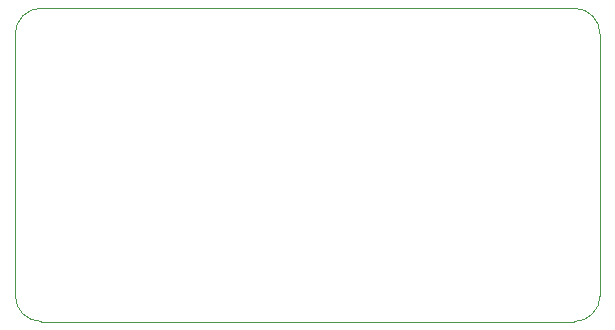
<source format=gbr>
%TF.GenerationSoftware,KiCad,Pcbnew,9.0.5-9.0.5~ubuntu24.04.1*%
%TF.CreationDate,2025-10-31T14:23:01+08:00*%
%TF.ProjectId,TPS,5450532e-6b69-4636-9164-5f7063625858,rev?*%
%TF.SameCoordinates,Original*%
%TF.FileFunction,Profile,NP*%
%FSLAX46Y46*%
G04 Gerber Fmt 4.6, Leading zero omitted, Abs format (unit mm)*
G04 Created by KiCad (PCBNEW 9.0.5-9.0.5~ubuntu24.04.1) date 2025-10-31 14:23:01*
%MOMM*%
%LPD*%
G01*
G04 APERTURE LIST*
%TA.AperFunction,Profile*%
%ADD10C,0.100000*%
%TD*%
G04 APERTURE END LIST*
D10*
X40661000Y-29000000D02*
X85775000Y-29000000D01*
X38461000Y-53336000D02*
X38461000Y-31200000D01*
X85775000Y-55536000D02*
X40661000Y-55536000D01*
X87975000Y-31200000D02*
X87975000Y-53336000D01*
X87975000Y-53336000D02*
G75*
G02*
X85775000Y-55536000I-2200000J0D01*
G01*
X40661000Y-55536000D02*
G75*
G02*
X38461000Y-53336000I0J2200000D01*
G01*
X85775000Y-29000000D02*
G75*
G02*
X87975000Y-31200000I0J-2200000D01*
G01*
X38461000Y-31200000D02*
G75*
G02*
X40661000Y-29000000I2200000J0D01*
G01*
M02*

</source>
